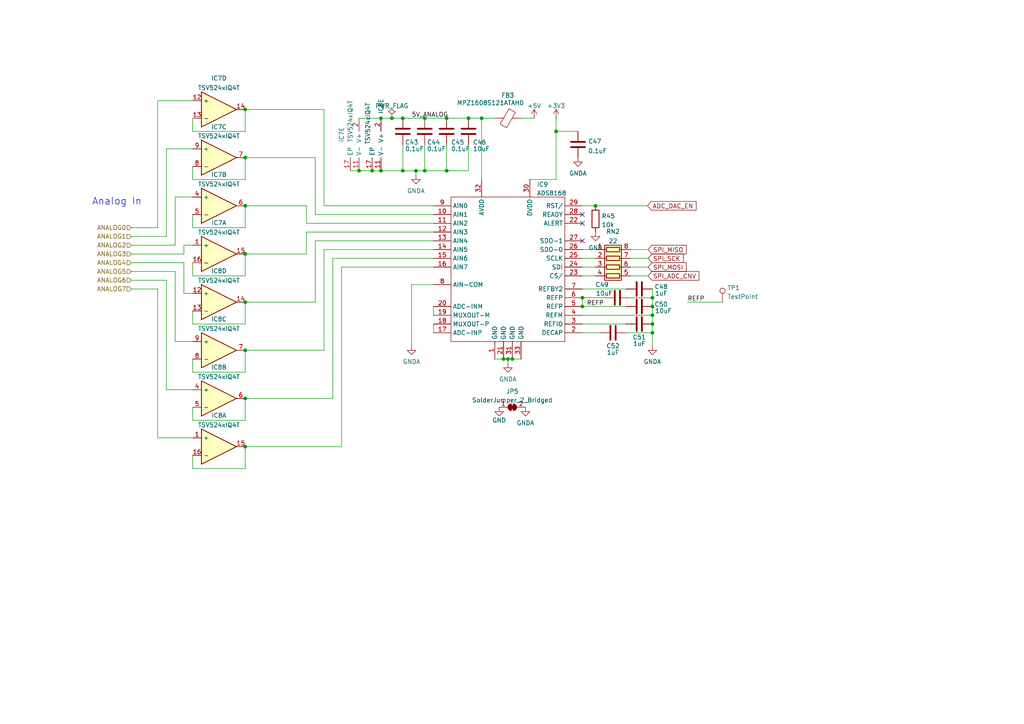
<source format=kicad_sch>
(kicad_sch (version 20230121) (generator eeschema)
  (paper "A4")
  (lib_symbols
    (symbol "Amplifier_Operational:TSV524xIQ4T"
      (property "Reference" "U" (at 2.54 5.08 0))
      (property "Value" "TSV524xIQ4T" (at 5.08 -5.08 0))
      (symbol "TSV524xIQ4T_1_1"
        (polyline (pts (xy -5.08 5.08) (xy 5.08 0) (xy -5.08 -5.08) (xy -5.08 5.08)) (stroke (width 0.254)) (fill (type background)))
        (pin input line (at -7.62 2.54 0) (length 2.54) (name "+") (number "1"))
        (pin output line (at 7.62 0 180) (length 2.54) (name "~") (number "15"))
        (pin input line (at -7.62 -2.54 0) (length 2.54) (name "-") (number "16"))
      )
      (symbol "TSV524xIQ4T_2_1"
        (polyline (pts (xy -5.08 5.08) (xy 5.08 0) (xy -5.08 -5.08) (xy -5.08 5.08)) (stroke (width 0.254)) (fill (type background)))
        (pin input line (at -7.62 2.54 0) (length 2.54) (name "+") (number "4"))
        (pin input line (at -7.62 -2.54 0) (length 2.54) (name "-") (number "5"))
        (pin output line (at 7.62 0 180) (length 2.54) (name "~") (number "6"))
      )
      (symbol "TSV524xIQ4T_3_1"
        (polyline (pts (xy -5.08 5.08) (xy 5.08 0) (xy -5.08 -5.08) (xy -5.08 5.08)) (stroke (width 0.254)) (fill (type background)))
        (pin output line (at 7.62 0 180) (length 2.54) (name "~") (number "7"))
        (pin input line (at -7.62 -2.54 0) (length 2.54) (name "-") (number "8"))
        (pin input line (at -7.62 2.54 0) (length 2.54) (name "+") (number "9"))
      )
      (symbol "TSV524xIQ4T_4_1"
        (polyline (pts (xy -5.08 5.08) (xy 5.08 0) (xy -5.08 -5.08) (xy -5.08 5.08)) (stroke (width 0.254)) (fill (type background)))
        (pin input line (at -7.62 2.54 0) (length 2.54) (name "+") (number "12"))
        (pin input line (at -7.62 -2.54 0) (length 2.54) (name "-") (number "13"))
        (pin output line (at 7.62 0 180) (length 2.54) (name "~") (number "14"))
      )
      (symbol "TSV524xIQ4T_5_1"
        (pin no_connect line (at -2.54 0 0) (length 3.81) hide (name "NC") (number "10"))
        (pin power_in line (at 0 -7.62 90) (length 3.81) (name "V-") (number "11"))
        (pin passive line (at -2.54 -7.62 90) (length 3.81) (name "EP") (number "17"))
        (pin power_in line (at 0 7.62 270) (length 3.81) (name "V+") (number "2"))
        (pin no_connect line (at -2.54 2.54 0) (length 3.81) hide (name "NC") (number "3"))
      )
    )
    (symbol "Bela:ADS8168"
      (property "Reference" "IC" (at -5.08 -7.62 0))
      (property "Value" "ADS8168" (at 11.43 -7.62 0))
      (symbol "ADS8168_0_1"
        (rectangle (start -17.78 -8.89) (end 15.24 -50.8) (stroke (width 0.1524)))
      )
      (symbol "ADS8168_1_1"
        (pin power_in line (at -5.08 -55.88 90) (length 5.08) (name "GND") (number "1"))
        (pin input line (at -22.86 -13.97 0) (length 5.08) (name "AIN1") (number "10"))
        (pin input line (at -22.86 -16.51 0) (length 5.08) (name "AIN2") (number "11"))
        (pin input line (at -22.86 -19.05 0) (length 5.08) (name "AIN3") (number "12"))
        (pin input line (at -22.86 -21.59 0) (length 5.08) (name "AIN4") (number "13"))
        (pin input line (at -22.86 -24.13 0) (length 5.08) (name "AIN5") (number "14"))
        (pin input line (at -22.86 -26.67 0) (length 5.08) (name "AIN6") (number "15"))
        (pin input line (at -22.86 -29.21 0) (length 5.08) (name "AIN7") (number "16"))
        (pin input line (at -22.86 -48.26 0) (length 5.08) (name "ADC-INP") (number "17"))
        (pin input line (at -22.86 -45.72 0) (length 5.08) (name "MUXOUT-P") (number "18"))
        (pin input line (at -22.86 -43.18 0) (length 5.08) (name "MUXOUT-M") (number "19"))
        (pin output line (at 20.32 -48.26 180) (length 5.08) (name "DECAP") (number "2"))
        (pin input line (at -22.86 -40.64 0) (length 5.08) (name "ADC-INM") (number "20"))
        (pin power_in line (at -2.54 -55.88 90) (length 5.08) (name "GND") (number "21"))
        (pin output line (at 20.32 -16.51 180) (length 5.08) (name "ALERT") (number "22"))
        (pin input line (at 20.32 -31.75 180) (length 5.08) (name "CS/") (number "23"))
        (pin input line (at 20.32 -29.21 180) (length 5.08) (name "SDI") (number "24"))
        (pin input line (at 20.32 -26.67 180) (length 5.08) (name "SCLK") (number "25"))
        (pin output line (at 20.32 -24.13 180) (length 5.08) (name "SDO-0") (number "26"))
        (pin output line (at 20.32 -21.59 180) (length 5.08) (name "SDO-1") (number "27"))
        (pin output line (at 20.32 -13.97 180) (length 5.08) (name "READY") (number "28"))
        (pin input line (at 20.32 -11.43 180) (length 5.08) (name "RST/") (number "29"))
        (pin output line (at 20.32 -45.72 180) (length 5.08) (name "REFIO") (number "3"))
        (pin power_in line (at 5.08 -3.81 270) (length 5.08) (name "DVDD") (number "30"))
        (pin power_in line (at 0 -55.88 90) (length 5.08) (name "GND") (number "31"))
        (pin power_in line (at -8.89 -3.81 270) (length 5.08) (name "AVDD") (number "32"))
        (pin power_in line (at 2.54 -55.88 90) (length 5.08) (name "GND") (number "33"))
        (pin output line (at 20.32 -43.18 180) (length 5.08) (name "REFM") (number "4"))
        (pin output line (at 20.32 -40.64 180) (length 5.08) (name "REFP") (number "5"))
        (pin output line (at 20.32 -38.1 180) (length 5.08) (name "REFP") (number "6"))
        (pin output line (at 20.32 -35.56 180) (length 5.08) (name "REFBY2") (number "7"))
        (pin input line (at -22.86 -34.29 0) (length 5.08) (name "AIN-COM") (number "8"))
        (pin input line (at -22.86 -11.43 0) (length 5.08) (name "AIN0") (number "9"))
      )
    )
    (symbol "Connector:TestPoint" (pin_numbers hide) (pin_names (offset 0.762) hide)
      (property "Reference" "TP" (at 0 6.858 0))
      (property "Value" "TestPoint" (at 0 5.08 0))
      (symbol "TestPoint_0_1"
        (circle (center 0 3.302) (radius 0.762))
      )
      (symbol "TestPoint_1_1"
        (pin passive line (at 0 0 90) (length 2.54) (name "1") (number "1"))
      )
    )
    (symbol "Device:C" (pin_numbers hide) (pin_names (offset 0.254))
      (property "Reference" "C" (at 0.635 2.54 0))
      (property "Value" "C" (at 0.635 -2.54 0))
      (symbol "C_0_1"
        (polyline (pts (xy -2.032 -0.762) (xy 2.032 -0.762)) (stroke (width 0.508)))
        (polyline (pts (xy -2.032 0.762) (xy 2.032 0.762)) (stroke (width 0.508)))
      )
      (symbol "C_1_1"
        (pin passive line (at 0 3.81 270) (length 2.794) (name "~") (number "1"))
        (pin passive line (at 0 -3.81 90) (length 2.794) (name "~") (number "2"))
      )
    )
    (symbol "Device:FerriteBead" (pin_numbers hide) (pin_names (offset 0))
      (property "Reference" "FB" (at -3.81 0.635 90))
      (property "Value" "FerriteBead" (at 3.81 0 90))
      (symbol "FerriteBead_0_1"
        (polyline (pts (xy 0 -1.27) (xy 0 -1.2192)))
        (polyline (pts (xy 0 1.27) (xy 0 1.2954)))
        (polyline (pts (xy -2.7686 0.4064) (xy -1.7018 2.2606) (xy 2.7686 -0.3048) (xy 1.6764 -2.159) (xy -2.7686 0.4064)))
      )
      (symbol "FerriteBead_1_1"
        (pin passive line (at 0 3.81 270) (length 2.54) (name "~") (number "1"))
        (pin passive line (at 0 -3.81 90) (length 2.54) (name "~") (number "2"))
      )
    )
    (symbol "Device:R" (pin_numbers hide) (pin_names (offset 0))
      (property "Reference" "R" (at 2.032 0 90))
      (property "Value" "R" (at 0 0 90))
      (symbol "R_0_1"
        (rectangle (start -1.016 -2.54) (end 1.016 2.54) (stroke (width 0.254)))
      )
      (symbol "R_1_1"
        (pin passive line (at 0 3.81 270) (length 1.27) (name "~") (number "1"))
        (pin passive line (at 0 -3.81 90) (length 1.27) (name "~") (number "2"))
      )
    )
    (symbol "Device:R_Pack04" (pin_names (offset 0) hide)
      (property "Reference" "RN" (at -7.62 0 90))
      (property "Value" "R_Pack04" (at 5.08 0 90))
      (symbol "R_Pack04_0_1"
        (rectangle (start -6.35 -2.413) (end 3.81 2.413) (stroke (width 0.254)) (fill (type background)))
        (rectangle (start -5.715 1.905) (end -4.445 -1.905) (stroke (width 0.254)))
        (rectangle (start -3.175 1.905) (end -1.905 -1.905) (stroke (width 0.254)))
        (rectangle (start -0.635 1.905) (end 0.635 -1.905) (stroke (width 0.254)))
        (polyline (pts (xy -5.08 -2.54) (xy -5.08 -1.905)))
        (polyline (pts (xy -5.08 1.905) (xy -5.08 2.54)))
        (polyline (pts (xy -2.54 -2.54) (xy -2.54 -1.905)))
        (polyline (pts (xy -2.54 1.905) (xy -2.54 2.54)))
        (polyline (pts (xy 0 -2.54) (xy 0 -1.905)))
        (polyline (pts (xy 0 1.905) (xy 0 2.54)))
        (polyline (pts (xy 2.54 -2.54) (xy 2.54 -1.905)))
        (polyline (pts (xy 2.54 1.905) (xy 2.54 2.54)))
        (rectangle (start 1.905 1.905) (end 3.175 -1.905) (stroke (width 0.254)))
      )
      (symbol "R_Pack04_1_1"
        (pin passive line (at -5.08 -5.08 90) (length 2.54) (name "R1.1") (number "1"))
        (pin passive line (at -2.54 -5.08 90) (length 2.54) (name "R2.1") (number "2"))
        (pin passive line (at 0 -5.08 90) (length 2.54) (name "R3.1") (number "3"))
        (pin passive line (at 2.54 -5.08 90) (length 2.54) (name "R4.1") (number "4"))
        (pin passive line (at 2.54 5.08 270) (length 2.54) (name "R4.2") (number "5"))
        (pin passive line (at 0 5.08 270) (length 2.54) (name "R3.2") (number "6"))
        (pin passive line (at -2.54 5.08 270) (length 2.54) (name "R2.2") (number "7"))
        (pin passive line (at -5.08 5.08 270) (length 2.54) (name "R1.2") (number "8"))
      )
    )
    (symbol "Jumper:SolderJumper_2_Bridged" (pin_names (offset 0) hide)
      (property "Reference" "JP" (at 0 2.032 0))
      (property "Value" "SolderJumper_2_Bridged" (at 0 -2.54 0))
      (symbol "SolderJumper_2_Bridged_0_1"
        (rectangle (start -0.508 0.508) (end 0.508 -0.508) (fill (type outline)))
        (arc (start -0.254 1.016) (mid -1.2655 0) (end -0.254 -1.016))
        (arc (start -0.254 1.016) (mid -1.2655 0) (end -0.254 -1.016) (fill (type outline)))
        (polyline (pts (xy -0.254 1.016) (xy -0.254 -1.016)))
        (polyline (pts (xy 0.254 1.016) (xy 0.254 -1.016)))
        (arc (start 0.254 -1.016) (mid 1.2655 0) (end 0.254 1.016))
        (arc (start 0.254 -1.016) (mid 1.2655 0) (end 0.254 1.016) (fill (type outline)))
      )
      (symbol "SolderJumper_2_Bridged_1_1"
        (pin passive line (at -3.81 0 0) (length 2.54) (name "A") (number "1"))
        (pin passive line (at 3.81 0 180) (length 2.54) (name "B") (number "2"))
      )
    )
    (symbol "power:+3V3" (power) (pin_names (offset 0))
      (property "Value" "+3V3" (at 0 3.556 0))
      (symbol "+3V3_0_1"
        (polyline (pts (xy -0.762 1.27) (xy 0 2.54)))
        (polyline (pts (xy 0 0) (xy 0 2.54)))
        (polyline (pts (xy 0 2.54) (xy 0.762 1.27)))
      )
      (symbol "+3V3_1_1"
        (pin power_in line (at 0 0 90) (length 0) hide (name "+3V3") (number "1"))
      )
    )
    (symbol "power:+5V" (power) (pin_names (offset 0))
      (property "Value" "+5V" (at 0 3.556 0))
      (symbol "+5V_0_1"
        (polyline (pts (xy -0.762 1.27) (xy 0 2.54)))
        (polyline (pts (xy 0 0) (xy 0 2.54)))
        (polyline (pts (xy 0 2.54) (xy 0.762 1.27)))
      )
      (symbol "+5V_1_1"
        (pin power_in line (at 0 0 90) (length 0) hide (name "+5V") (number "1"))
      )
    )
    (symbol "power:GND" (power) (pin_names (offset 0))
      (property "Value" "GND" (at 0 -3.81 0))
      (symbol "GND_0_1"
        (polyline (pts (xy 0 0) (xy 0 -1.27) (xy 1.27 -1.27) (xy 0 -2.54) (xy -1.27 -1.27) (xy 0 -1.27)))
      )
      (symbol "GND_1_1"
        (pin power_in line (at 0 0 270) (length 0) hide (name "GND") (number "1"))
      )
    )
    (symbol "power:GNDA" (power) (pin_names (offset 0))
      (property "Value" "GNDA" (at 0 -3.81 0))
      (symbol "GNDA_0_1"
        (polyline (pts (xy 0 0) (xy 0 -1.27) (xy 1.27 -1.27) (xy 0 -2.54) (xy -1.27 -1.27) (xy 0 -1.27)))
      )
      (symbol "GNDA_1_1"
        (pin power_in line (at 0 0 270) (length 0) hide (name "GNDA") (number "1"))
      )
    )
    (symbol "power:PWR_FLAG" (power) (pin_numbers hide) (pin_names (offset 0) hide)
      (property "Value" "PWR_FLAG" (at 0 3.81 0))
      (symbol "PWR_FLAG_0_0"
        (pin power_out line (at 0 0 90) (length 0) (name "pwr") (number "1"))
      )
      (symbol "PWR_FLAG_0_1"
        (polyline (pts (xy 0 0) (xy 0 1.27) (xy -1.016 1.905) (xy 0 2.54) (xy 1.016 1.905) (xy 0 1.27)))
      )
    )
  )
  (junction (at 71.12 59.69))
  (junction (at 168.91 86.36))
  (junction (at 110.49 49.53))
  (junction (at 104.14 49.53))
  (junction (at 71.12 115.57))
  (junction (at 71.12 129.54))
  (junction (at 107.95 49.53))
  (junction (at 71.12 45.72))
  (junction (at 189.23 91.44))
  (junction (at 116.84 34.29))
  (junction (at 71.12 87.63))
  (junction (at 129.54 49.53))
  (junction (at 113.665 34.29))
  (junction (at 123.19 34.29))
  (junction (at 71.12 73.66))
  (junction (at 120.65 49.53))
  (junction (at 189.23 93.98))
  (junction (at 189.23 86.36))
  (junction (at 139.7 34.29))
  (junction (at 147.32 104.14))
  (junction (at 148.59 104.14))
  (junction (at 123.19 49.53))
  (junction (at 146.05 104.14))
  (junction (at 172.72 59.69))
  (junction (at 135.89 34.29))
  (junction (at 161.29 38.1))
  (junction (at 71.12 31.75))
  (junction (at 129.54 34.29))
  (junction (at 168.91 88.9))
  (junction (at 110.49 34.29))
  (junction (at 116.84 49.53))
  (junction (at 189.23 96.52))
  (junction (at 189.23 88.9))
  (junction (at 71.12 101.6))
  (no_connect (at 168.91 64.77))
  (no_connect (at 168.91 69.85))
  (no_connect (at 168.91 62.23))
  (wire (pts (xy 88.9 64.77) (xy 125.73 64.77)))
  (wire (pts (xy 129.54 49.53) (xy 135.89 49.53)))
  (wire (pts (xy 55.88 107.95) (xy 71.12 107.95)))
  (wire (pts (xy 168.91 86.36) (xy 168.91 88.9)))
  (wire (pts (xy 55.88 135.89) (xy 71.12 135.89)))
  (wire (pts (xy 93.98 31.75) (xy 93.98 59.69)))
  (wire (pts (xy 123.19 34.29) (xy 129.54 34.29)))
  (wire (pts (xy 71.12 31.75) (xy 93.98 31.75)))
  (wire (pts (xy 148.59 104.14) (xy 151.13 104.14)))
  (wire (pts (xy 55.88 62.23) (xy 55.88 66.04)))
  (wire (pts (xy 50.8 71.12) (xy 50.8 57.15)))
  (wire (pts (xy 181.61 96.52) (xy 189.23 96.52)))
  (wire (pts (xy 104.14 49.53) (xy 107.95 49.53)))
  (wire (pts (xy 146.05 104.14) (xy 147.32 104.14)))
  (wire (pts (xy 88.9 59.69) (xy 88.9 64.77)))
  (wire (pts (xy 71.12 52.07) (xy 71.12 45.72)))
  (wire (pts (xy 116.84 34.29) (xy 123.19 34.29)))
  (wire (pts (xy 107.95 49.53) (xy 110.49 49.53)))
  (wire (pts (xy 168.91 80.01) (xy 172.72 80.01)))
  (wire (pts (xy 139.7 34.29) (xy 143.51 34.29)))
  (wire (pts (xy 125.73 88.9) (xy 125.73 91.44)))
  (wire (pts (xy 55.88 118.11) (xy 55.88 121.92)))
  (wire (pts (xy 91.44 87.63) (xy 91.44 69.85)))
  (wire (pts (xy 110.49 34.29) (xy 113.665 34.29)))
  (wire (pts (xy 168.91 86.36) (xy 175.26 86.36)))
  (wire (pts (xy 120.65 49.53) (xy 123.19 49.53)))
  (wire (pts (xy 53.34 85.09) (xy 55.88 85.09)))
  (wire (pts (xy 125.73 67.31) (xy 88.9 67.31)))
  (wire (pts (xy 168.91 83.82) (xy 181.61 83.82)))
  (wire (pts (xy 116.84 49.53) (xy 120.65 49.53)))
  (wire (pts (xy 139.7 34.29) (xy 139.7 52.07)))
  (wire (pts (xy 71.12 93.98) (xy 71.12 87.63)))
  (wire (pts (xy 129.54 41.91) (xy 129.54 49.53)))
  (wire (pts (xy 96.52 74.93) (xy 125.73 74.93)))
  (wire (pts (xy 45.72 83.82) (xy 38.1 83.82)))
  (wire (pts (xy 93.98 59.69) (xy 125.73 59.69)))
  (wire (pts (xy 125.73 72.39) (xy 93.98 72.39)))
  (wire (pts (xy 71.12 38.1) (xy 71.12 31.75)))
  (wire (pts (xy 88.9 73.66) (xy 71.12 73.66)))
  (wire (pts (xy 182.88 86.36) (xy 189.23 86.36)))
  (wire (pts (xy 199.39 87.63) (xy 209.55 87.63)))
  (wire (pts (xy 38.1 71.12) (xy 50.8 71.12)))
  (wire (pts (xy 45.72 29.21) (xy 55.88 29.21)))
  (wire (pts (xy 135.89 49.53) (xy 135.89 41.91)))
  (wire (pts (xy 125.73 62.23) (xy 91.44 62.23)))
  (wire (pts (xy 55.88 93.98) (xy 71.12 93.98)))
  (wire (pts (xy 182.88 80.01) (xy 187.96 80.01)))
  (wire (pts (xy 120.65 50.8) (xy 120.65 49.53)))
  (wire (pts (xy 125.73 93.98) (xy 125.73 96.52)))
  (wire (pts (xy 123.19 49.53) (xy 129.54 49.53)))
  (wire (pts (xy 168.91 77.47) (xy 172.72 77.47)))
  (wire (pts (xy 153.67 52.07) (xy 161.29 52.07)))
  (wire (pts (xy 55.88 121.92) (xy 71.12 121.92)))
  (wire (pts (xy 143.51 104.14) (xy 146.05 104.14)))
  (wire (pts (xy 38.1 81.28) (xy 48.26 81.28)))
  (wire (pts (xy 113.665 34.29) (xy 116.84 34.29)))
  (wire (pts (xy 53.34 71.12) (xy 55.88 71.12)))
  (wire (pts (xy 101.6 49.53) (xy 104.14 49.53)))
  (wire (pts (xy 48.26 68.58) (xy 48.26 43.18)))
  (wire (pts (xy 91.44 69.85) (xy 125.73 69.85)))
  (wire (pts (xy 135.89 34.29) (xy 139.7 34.29)))
  (wire (pts (xy 71.12 115.57) (xy 96.52 115.57)))
  (wire (pts (xy 53.34 73.66) (xy 53.34 71.12)))
  (wire (pts (xy 99.06 77.47) (xy 99.06 129.54)))
  (wire (pts (xy 53.34 76.2) (xy 53.34 85.09)))
  (wire (pts (xy 168.91 59.69) (xy 172.72 59.69)))
  (wire (pts (xy 129.54 34.29) (xy 135.89 34.29)))
  (wire (pts (xy 189.23 91.44) (xy 189.23 93.98)))
  (wire (pts (xy 55.88 52.07) (xy 71.12 52.07)))
  (wire (pts (xy 119.38 82.55) (xy 125.73 82.55)))
  (wire (pts (xy 168.91 93.98) (xy 181.61 93.98)))
  (wire (pts (xy 182.88 74.93) (xy 187.96 74.93)))
  (wire (pts (xy 161.29 38.1) (xy 161.29 52.07)))
  (wire (pts (xy 161.29 34.29) (xy 161.29 38.1)))
  (wire (pts (xy 55.88 76.2) (xy 55.88 80.01)))
  (wire (pts (xy 161.29 38.1) (xy 167.64 38.1)))
  (wire (pts (xy 168.91 72.39) (xy 172.72 72.39)))
  (wire (pts (xy 172.72 59.69) (xy 187.8076 59.69)))
  (wire (pts (xy 71.12 87.63) (xy 91.44 87.63)))
  (wire (pts (xy 168.91 74.93) (xy 172.72 74.93)))
  (wire (pts (xy 96.52 115.57) (xy 96.52 74.93)))
  (wire (pts (xy 50.8 99.06) (xy 55.88 99.06)))
  (wire (pts (xy 48.26 43.18) (xy 55.88 43.18)))
  (wire (pts (xy 38.1 76.2) (xy 53.34 76.2)))
  (wire (pts (xy 189.23 91.44) (xy 189.23 88.9)))
  (wire (pts (xy 88.9 67.31) (xy 88.9 73.66)))
  (wire (pts (xy 50.8 78.74) (xy 50.8 99.06)))
  (wire (pts (xy 91.44 45.72) (xy 71.12 45.72)))
  (wire (pts (xy 45.72 127) (xy 45.72 83.82)))
  (wire (pts (xy 119.38 82.55) (xy 119.38 100.33)))
  (wire (pts (xy 71.12 107.95) (xy 71.12 101.6)))
  (wire (pts (xy 151.13 34.29) (xy 154.94 34.29)))
  (wire (pts (xy 93.98 101.6) (xy 71.12 101.6)))
  (wire (pts (xy 110.49 49.53) (xy 116.84 49.53)))
  (wire (pts (xy 168.91 96.52) (xy 173.99 96.52)))
  (wire (pts (xy 168.91 91.44) (xy 189.23 91.44)))
  (wire (pts (xy 55.88 132.08) (xy 55.88 135.89)))
  (wire (pts (xy 48.26 81.28) (xy 48.26 113.03)))
  (wire (pts (xy 55.88 38.1) (xy 71.12 38.1)))
  (wire (pts (xy 189.23 83.82) (xy 189.23 86.36)))
  (wire (pts (xy 55.88 34.29) (xy 55.88 38.1)))
  (wire (pts (xy 93.98 72.39) (xy 93.98 101.6)))
  (wire (pts (xy 125.73 77.47) (xy 99.06 77.47)))
  (wire (pts (xy 123.19 41.91) (xy 123.19 49.53)))
  (wire (pts (xy 147.32 104.14) (xy 147.32 105.41)))
  (wire (pts (xy 189.23 86.36) (xy 189.23 88.9)))
  (wire (pts (xy 168.91 88.9) (xy 181.61 88.9)))
  (wire (pts (xy 182.88 77.47) (xy 187.96 77.47)))
  (wire (pts (xy 71.12 59.69) (xy 88.9 59.69)))
  (wire (pts (xy 45.72 66.04) (xy 45.72 29.21)))
  (wire (pts (xy 71.12 66.04) (xy 71.12 59.69)))
  (wire (pts (xy 71.12 80.01) (xy 71.12 73.66)))
  (wire (pts (xy 38.1 68.58) (xy 48.26 68.58)))
  (wire (pts (xy 71.12 121.92) (xy 71.12 115.57)))
  (wire (pts (xy 38.1 66.04) (xy 45.72 66.04)))
  (wire (pts (xy 182.88 72.39) (xy 187.96 72.39)))
  (wire (pts (xy 55.88 90.17) (xy 55.88 93.98)))
  (wire (pts (xy 55.88 104.14) (xy 55.88 107.95)))
  (wire (pts (xy 91.44 62.23) (xy 91.44 45.72)))
  (wire (pts (xy 50.8 57.15) (xy 55.88 57.15)))
  (wire (pts (xy 189.23 96.52) (xy 189.23 93.98)))
  (wire (pts (xy 116.84 41.91) (xy 116.84 49.53)))
  (wire (pts (xy 104.14 34.29) (xy 110.49 34.29)))
  (wire (pts (xy 55.88 66.04) (xy 71.12 66.04)))
  (wire (pts (xy 38.1 78.74) (xy 50.8 78.74)))
  (wire (pts (xy 99.06 129.54) (xy 71.12 129.54)))
  (wire (pts (xy 38.1 73.66) (xy 53.34 73.66)))
  (wire (pts (xy 55.88 127) (xy 45.72 127)))
  (wire (pts (xy 55.88 80.01) (xy 71.12 80.01)))
  (wire (pts (xy 189.23 96.52) (xy 189.23 100.33)))
  (wire (pts (xy 55.88 48.26) (xy 55.88 52.07)))
  (wire (pts (xy 71.12 135.89) (xy 71.12 129.54)))
  (wire (pts (xy 48.26 113.03) (xy 55.88 113.03)))
  (wire (pts (xy 147.32 104.14) (xy 148.59 104.14)))
  (text "Analog In" (at 26.67 59.69 0) (effects (font (size 2 2)) (justify left bottom)))
  (label "REFP" (at 170.18 88.9 0))
  (label "REFP" (at 199.39 87.63 0))
  (label "5V_ANALOG" (at 119.38 34.29 0))
  (global_label "SPI_MOSI" (shape input) (at 187.96 77.47 0) (property "Intersheetrefs" "${INTERSHEET_REFS}" (effects hide)))
  (global_label "ADC_DAC_EN" (shape input) (at 187.8076 59.69 0) (property "Intersheetrefs" "${INTERSHEET_REFS}" (effects hide)))
  (global_label "SPI_SCK" (shape input) (at 187.96 74.93 0) (property "Intersheetrefs" "${INTERSHEET_REFS}" (effects hide)))
  (global_label "SPI_ADC_CNV" (shape input) (at 187.96 80.01 0) (property "Intersheetrefs" "${INTERSHEET_REFS}" (effects hide)))
  (global_label "SPI_MISO" (shape input) (at 187.96 72.39 0) (property "Intersheetrefs" "${INTERSHEET_REFS}" (effects hide)))
  (hierarchical_label "ANALOG4" (shape input) (at 38.1 76.2 180))
  (hierarchical_label "ANALOG6" (shape input) (at 38.1 81.28 180))
  (hierarchical_label "ANALOG5" (shape input) (at 38.1 78.74 180))
  (hierarchical_label "ANALOG1" (shape input) (at 38.1 68.58 180))
  (hierarchical_label "ANALOG3" (shape input) (at 38.1 73.66 180))
  (hierarchical_label "ANALOG2" (shape input) (at 38.1 71.12 180))
  (hierarchical_label "ANALOG0" (shape input) (at 38.1 66.04 180))
  (hierarchical_label "ANALOG7" (shape input) (at 38.1 83.82 180))
  (symbol (lib_id "Amplifier_Operational:TSV524xIQ4T") (at 110.49 41.91 0) (unit 5)
    (property "Reference" "IC8" (at 110.49 33.02 90) (effects (justify left)))
    (property "Value" "TSV524xIQ4T" (at 106.68 41.91 90) (effects (justify left)))
    (property "Footprint" "Package_DFN_QFN:QFN-16-1EP_3x3mm_P0.5mm_EP1.7x1.7mm" (effects hide))
    (property "Datasheet" "https://www.st.com/resource/en/datasheet/tsv521.pdf" (effects hide))
  )
  (symbol (lib_id "Amplifier_Operational:TSV524xIQ4T") (at 63.5 59.69 0) (unit 2)
    (property "Reference" "IC7" (at 63.5 50.6435 0))
    (property "Value" "TSV524xIQ4T" (at 63.5 53.4186 0))
    (property "Footprint" "Package_DFN_QFN:QFN-16-1EP_3x3mm_P0.5mm_EP1.7x1.7mm" (effects hide))
    (property "Datasheet" "https://www.st.com/resource/en/datasheet/tsv521.pdf" (effects hide))
  )
  (symbol (lib_id "Device:C") (at 185.42 83.82 90) (unit 1)
    (property "Reference" "C48" (at 191.77 83.185 90))
    (property "Value" "1uF" (at 191.77 85.09 90))
    (property "Footprint" "Capacitor_SMD:C_0603_1608Metric" (effects hide))
  )
  (symbol (lib_id "Device:C") (at 185.42 88.9 90) (unit 1)
    (property "Reference" "C50" (at 191.77 88.265 90))
    (property "Value" "10uF" (at 192.405 90.17 90))
    (property "Footprint" "Capacitor_SMD:C_0603_1608Metric" (effects hide))
  )
  (symbol (lib_id "Device:R") (at 172.72 63.5 180) (unit 1)
    (property "Reference" "R45" (at 174.498 62.6653 0) (effects (justify right)))
    (property "Value" "10k" (at 174.498 65.2022 0) (effects (justify right)))
    (property "Footprint" "Resistor_SMD:R_0603_1608Metric" (effects hide))
  )
  (symbol (lib_id "power:PWR_FLAG") (at 113.665 34.29 0) (unit 1)
    (property "Reference" "#FLG0101" (effects hide))
    (property "Value" "PWR_FLAG" (at 113.665 30.7142 0))
  )
  (symbol (lib_id "Device:C") (at 179.07 86.36 90) (unit 1)
    (property "Reference" "C49" (at 174.625 82.55 90))
    (property "Value" "10uF" (at 175.26 85.09 90))
    (property "Footprint" "Capacitor_SMD:C_0603_1608Metric" (effects hide))
  )
  (symbol (lib_id "power:+5V") (at 154.94 34.29 0) (unit 1)
    (property "Reference" "#PWR089" (effects hide))
    (property "Value" "+5V" (at 154.94 30.6855 0))
  )
  (symbol (lib_id "Amplifier_Operational:TSV524xIQ4T") (at 63.5 115.57 0) (unit 2)
    (property "Reference" "IC8" (at 63.5 106.5235 0))
    (property "Value" "TSV524xIQ4T" (at 63.5 109.2986 0))
    (property "Footprint" "Package_DFN_QFN:QFN-16-1EP_3x3mm_P0.5mm_EP1.7x1.7mm" (effects hide))
    (property "Datasheet" "https://www.st.com/resource/en/datasheet/tsv521.pdf" (effects hide))
  )
  (symbol (lib_id "Jumper:SolderJumper_2_Bridged") (at 148.59 118.11 0) (unit 1)
    (property "Reference" "JP5" (at 148.59 113.5212 0))
    (property "Value" "SolderJumper_2_Bridged" (at 148.59 116.0581 0))
    (property "Footprint" "Bela:SolderJumper2_with_mask" (effects hide))
  )
  (symbol (lib_id "Amplifier_Operational:TSV524xIQ4T") (at 63.5 101.6 0) (unit 3)
    (property "Reference" "IC8" (at 63.5 92.5535 0))
    (property "Value" "TSV524xIQ4T" (at 63.5 95.3286 0))
    (property "Footprint" "Package_DFN_QFN:QFN-16-1EP_3x3mm_P0.5mm_EP1.7x1.7mm" (effects hide))
    (property "Datasheet" "https://www.st.com/resource/en/datasheet/tsv521.pdf" (effects hide))
  )
  (symbol (lib_id "Amplifier_Operational:TSV524xIQ4T") (at 104.14 41.91 0) (unit 5)
    (property "Reference" "IC7" (at 99.06 41.275 90) (effects (justify left)))
    (property "Value" "TSV524xIQ4T" (at 101.6 41.275 90) (effects (justify left)))
    (property "Footprint" "Package_DFN_QFN:QFN-16-1EP_3x3mm_P0.5mm_EP1.7x1.7mm" (effects hide))
    (property "Datasheet" "https://www.st.com/resource/en/datasheet/tsv521.pdf" (effects hide))
  )
  (symbol (lib_id "power:GNDA") (at 189.23 100.33 0) (unit 1)
    (property "Reference" "#PWR095" (effects hide))
    (property "Value" "GNDA" (at 189.23 104.8925 0))
  )
  (symbol (lib_id "power:GNDA") (at 167.64 45.72 0) (unit 1)
    (property "Reference" "#PWR091" (effects hide))
    (property "Value" "GNDA" (at 167.64 50.2825 0))
  )
  (symbol (lib_id "Device:R_Pack04") (at 177.8 77.47 270) (unit 1)
    (property "Reference" "RN2" (at 177.8 67.1535 90))
    (property "Value" "22" (at 177.8 69.9286 90))
    (property "Footprint" "Resistor_SMD:R_Array_Convex_4x0603" (effects hide))
  )
  (symbol (lib_id "Amplifier_Operational:TSV524xIQ4T") (at 63.5 129.54 0) (unit 1)
    (property "Reference" "IC8" (at 63.5 120.4935 0))
    (property "Value" "TSV524xIQ4T" (at 63.5 123.2686 0))
    (property "Footprint" "Package_DFN_QFN:QFN-16-1EP_3x3mm_P0.5mm_EP1.7x1.7mm" (effects hide))
    (property "Datasheet" "https://www.st.com/resource/en/datasheet/tsv521.pdf" (effects hide))
  )
  (symbol (lib_id "Device:C") (at 167.64 41.91 180) (unit 1)
    (property "Reference" "C47" (at 170.561 41.0015 0) (effects (justify right)))
    (property "Value" "0.1uF" (at 170.561 43.7766 0) (effects (justify right)))
    (property "Footprint" "Capacitor_SMD:C_0603_1608Metric" (effects hide))
  )
  (symbol (lib_id "Device:C") (at 129.54 38.1 180) (unit 1)
    (property "Reference" "C45" (at 130.81 41.275 0) (effects (justify right)))
    (property "Value" "0.1uF" (at 130.81 43.18 0) (effects (justify right)))
    (property "Footprint" "Capacitor_SMD:C_0603_1608Metric" (effects hide))
  )
  (symbol (lib_id "Device:C") (at 185.42 93.98 90) (unit 1)
    (property "Reference" "C51" (at 185.42 97.79 90))
    (property "Value" "1uF" (at 185.42 99.695 90))
    (property "Footprint" "Capacitor_SMD:C_0603_1608Metric" (effects hide))
  )
  (symbol (lib_id "Device:C") (at 116.84 38.1 180) (unit 1)
    (property "Reference" "C43" (at 117.475 41.275 0) (effects (justify right)))
    (property "Value" "0.1uF" (at 117.475 43.18 0) (effects (justify right)))
    (property "Footprint" "Capacitor_SMD:C_0603_1608Metric" (effects hide))
  )
  (symbol (lib_id "Amplifier_Operational:TSV524xIQ4T") (at 63.5 87.63 0) (unit 4)
    (property "Reference" "IC8" (at 63.5 78.5835 0))
    (property "Value" "TSV524xIQ4T" (at 63.5 81.3586 0))
    (property "Footprint" "Package_DFN_QFN:QFN-16-1EP_3x3mm_P0.5mm_EP1.7x1.7mm" (effects hide))
    (property "Datasheet" "https://www.st.com/resource/en/datasheet/tsv521.pdf" (effects hide))
  )
  (symbol (lib_id "power:GNDA") (at 120.65 50.8 0) (unit 1)
    (property "Reference" "#PWR092" (effects hide))
    (property "Value" "GNDA" (at 120.65 55.3625 0))
  )
  (symbol (lib_id "power:GND") (at 172.72 67.31 0) (unit 1)
    (property "Reference" "#PWR093" (effects hide))
    (property "Value" "GND" (at 172.72 71.8725 0))
  )
  (symbol (lib_id "Amplifier_Operational:TSV524xIQ4T") (at 63.5 73.66 0) (unit 1)
    (property "Reference" "IC7" (at 63.5 64.6135 0))
    (property "Value" "TSV524xIQ4T" (at 63.5 67.3886 0))
    (property "Footprint" "Package_DFN_QFN:QFN-16-1EP_3x3mm_P0.5mm_EP1.7x1.7mm" (effects hide))
    (property "Datasheet" "https://www.st.com/resource/en/datasheet/tsv521.pdf" (effects hide))
  )
  (symbol (lib_id "Device:C") (at 177.8 96.52 90) (unit 1)
    (property "Reference" "C52" (at 177.8 100.33 90))
    (property "Value" "1uF" (at 177.8 102.235 90))
    (property "Footprint" "Capacitor_SMD:C_0603_1608Metric" (effects hide))
  )
  (symbol (lib_id "Device:C") (at 123.19 38.1 180) (unit 1)
    (property "Reference" "C44" (at 123.825 41.275 0) (effects (justify right)))
    (property "Value" "0.1uF" (at 123.825 43.18 0) (effects (justify right)))
    (property "Footprint" "Capacitor_SMD:C_0603_1608Metric" (effects hide))
  )
  (symbol (lib_id "Amplifier_Operational:TSV524xIQ4T") (at 63.5 31.75 0) (unit 4)
    (property "Reference" "IC7" (at 63.5 22.7035 0))
    (property "Value" "TSV524xIQ4T" (at 63.5 25.4786 0))
    (property "Footprint" "Package_DFN_QFN:QFN-16-1EP_3x3mm_P0.5mm_EP1.7x1.7mm" (effects hide))
    (property "Datasheet" "https://www.st.com/resource/en/datasheet/tsv521.pdf" (effects hide))
  )
  (symbol (lib_id "Amplifier_Operational:TSV524xIQ4T") (at 63.5 45.72 0) (unit 3)
    (property "Reference" "IC7" (at 63.5 36.83 0))
    (property "Value" "TSV524xIQ4T" (at 63.5 39.4486 0))
    (property "Footprint" "Package_DFN_QFN:QFN-16-1EP_3x3mm_P0.5mm_EP1.7x1.7mm" (effects hide))
    (property "Datasheet" "https://www.st.com/resource/en/datasheet/tsv521.pdf" (effects hide))
  )
  (symbol (lib_id "power:+3V3") (at 161.29 34.29 0) (unit 1)
    (property "Reference" "#PWR090" (effects hide))
    (property "Value" "+3V3" (at 161.29 30.6855 0))
  )
  (symbol (lib_id "Device:FerriteBead") (at 147.32 34.29 90) (unit 1)
    (property "Reference" "FB3" (at 147.2692 27.6819 90))
    (property "Value" "MPZ1608S121ATAH0" (at 142.24 29.845 90))
    (property "Footprint" "Inductor_SMD:L_0603_1608Metric" (effects hide))
  )
  (symbol (lib_id "power:GND") (at 144.78 118.11 0) (mirror y) (unit 1)
    (property "Reference" "#PWR097" (effects hide))
    (property "Value" "GND" (at 144.78 121.92 0))
  )
  (symbol (lib_id "Connector:TestPoint") (at 209.55 87.63 0) (unit 1)
    (property "Reference" "TP1" (at 210.947 83.4933 0) (effects (justify left)))
    (property "Value" "TestPoint" (at 210.947 86.0302 0) (effects (justify left)))
    (property "Footprint" "TestPoint:TestPoint_THTPad_D2.0mm_Drill1.0mm" (effects hide))
  )
  (symbol (lib_id "power:GNDA") (at 152.4 118.11 0) (unit 1)
    (property "Reference" "#PWR098" (effects hide))
    (property "Value" "GNDA" (at 152.4 122.6725 0))
  )
  (symbol (lib_id "power:GNDA") (at 147.32 105.41 0) (unit 1)
    (property "Reference" "#PWR096" (effects hide))
    (property "Value" "GNDA" (at 147.32 109.9725 0))
  )
  (symbol (lib_id "Bela:ADS8168") (at 148.59 48.26 0) (unit 1)
    (property "Reference" "IC9" (at 155.6894 53.501 0) (effects (justify left)))
    (property "Value" "ADS8168" (at 155.6894 56.0379 0) (effects (justify left)))
    (property "Footprint" "Package_DFN_QFN:VQFN-32-1EP_5x5mm_P0.5mm_EP3.5x3.5mm" (effects hide))
  )
  (symbol (lib_id "power:GNDA") (at 119.38 100.33 0) (unit 1)
    (property "Reference" "#PWR094" (effects hide))
    (property "Value" "GNDA" (at 119.38 104.8925 0))
  )
  (symbol (lib_id "Device:C") (at 135.89 38.1 180) (unit 1)
    (property "Reference" "C46" (at 137.16 41.275 0) (effects (justify right)))
    (property "Value" "10uF" (at 137.16 43.18 0) (effects (justify right)))
    (property "Footprint" "Capacitor_SMD:C_0603_1608Metric" (effects hide))
  )
)
</source>
